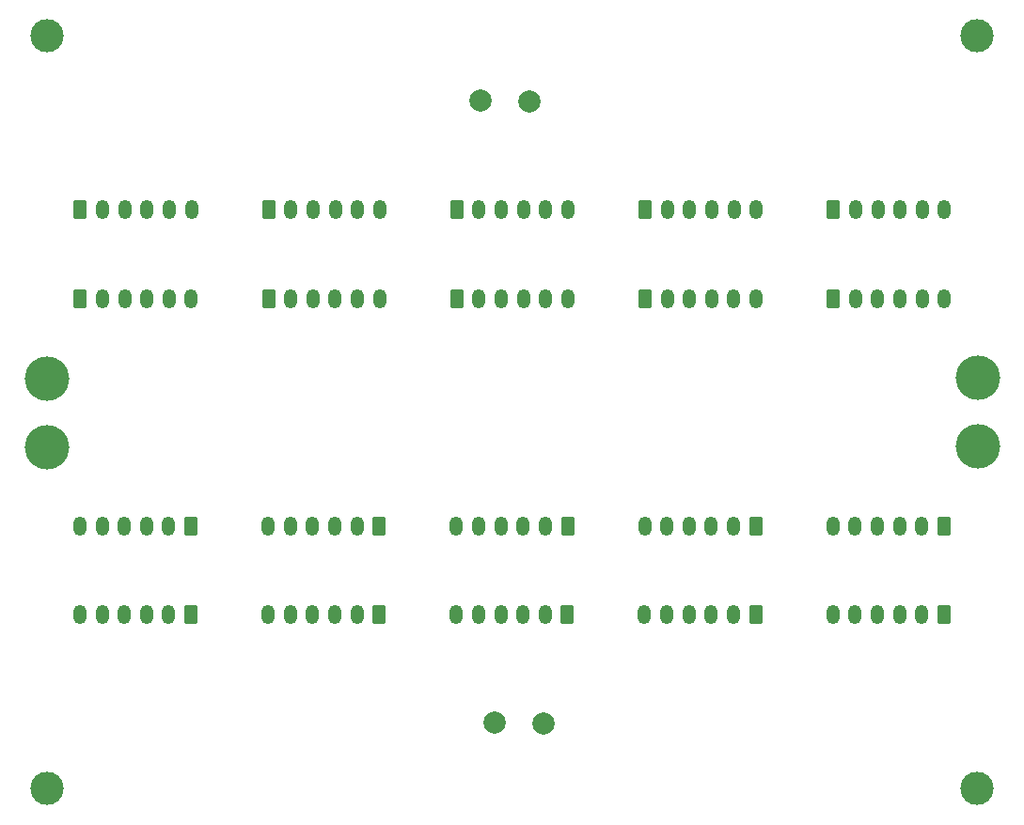
<source format=gbs>
%TF.GenerationSoftware,KiCad,Pcbnew,(6.0.0-rc1-392-g84e0feeee6)*%
%TF.CreationDate,2022-07-25T10:34:59+07:00*%
%TF.ProjectId,Ambino Fan HUB CH552G_Panellize,416d6269-6e6f-4204-9661-6e2048554220,rev?*%
%TF.SameCoordinates,Original*%
%TF.FileFunction,Soldermask,Bot*%
%TF.FilePolarity,Negative*%
%FSLAX46Y46*%
G04 Gerber Fmt 4.6, Leading zero omitted, Abs format (unit mm)*
G04 Created by KiCad (PCBNEW (6.0.0-rc1-392-g84e0feeee6)) date 2022-07-25 10:34:59*
%MOMM*%
%LPD*%
G01*
G04 APERTURE LIST*
G04 Aperture macros list*
%AMRoundRect*
0 Rectangle with rounded corners*
0 $1 Rounding radius*
0 $2 $3 $4 $5 $6 $7 $8 $9 X,Y pos of 4 corners*
0 Add a 4 corners polygon primitive as box body*
4,1,4,$2,$3,$4,$5,$6,$7,$8,$9,$2,$3,0*
0 Add four circle primitives for the rounded corners*
1,1,$1+$1,$2,$3*
1,1,$1+$1,$4,$5*
1,1,$1+$1,$6,$7*
1,1,$1+$1,$8,$9*
0 Add four rect primitives between the rounded corners*
20,1,$1+$1,$2,$3,$4,$5,0*
20,1,$1+$1,$4,$5,$6,$7,0*
20,1,$1+$1,$6,$7,$8,$9,0*
20,1,$1+$1,$8,$9,$2,$3,0*%
G04 Aperture macros list end*
%ADD10C,2.000000*%
%ADD11C,4.000000*%
%ADD12C,3.000000*%
%ADD13RoundRect,0.250000X0.350000X0.625000X-0.350000X0.625000X-0.350000X-0.625000X0.350000X-0.625000X0*%
%ADD14O,1.200000X1.750000*%
%ADD15RoundRect,0.250000X-0.350000X-0.625000X0.350000X-0.625000X0.350000X0.625000X-0.350000X0.625000X0*%
G04 APERTURE END LIST*
D10*
%TO.C,DP*%
X148001193Y-111536017D03*
%TD*%
%TO.C,DM*%
X143581193Y-111486017D03*
%TD*%
D11*
%TO.C,H8*%
X187081193Y-86551017D03*
%TD*%
D12*
%TO.C,H7*%
X187006193Y-117376017D03*
%TD*%
%TO.C,H6*%
X103281193Y-117401017D03*
%TD*%
D11*
%TO.C,H5*%
X103256193Y-86626017D03*
%TD*%
D13*
%TO.C,J6*%
X184051193Y-93746017D03*
D14*
X182051193Y-93746017D03*
X180051193Y-93746017D03*
X178051193Y-93746017D03*
X176051193Y-93746017D03*
X174051193Y-93746017D03*
%TD*%
D13*
%TO.C,J11*%
X116241193Y-101746017D03*
D14*
X114241193Y-101746017D03*
X112241193Y-101746017D03*
X110241193Y-101746017D03*
X108241193Y-101746017D03*
X106241193Y-101746017D03*
%TD*%
D13*
%TO.C,J10*%
X133191193Y-101746017D03*
D14*
X131191193Y-101746017D03*
X129191193Y-101746017D03*
X127191193Y-101746017D03*
X125191193Y-101746017D03*
X123191193Y-101746017D03*
%TD*%
D13*
%TO.C,J9*%
X150141193Y-101746017D03*
D14*
X148141193Y-101746017D03*
X146141193Y-101746017D03*
X144141193Y-101746017D03*
X142141193Y-101746017D03*
X140141193Y-101746017D03*
%TD*%
D13*
%TO.C,J8*%
X167091193Y-101746017D03*
D14*
X165091193Y-101746017D03*
X163091193Y-101746017D03*
X161091193Y-101746017D03*
X159091193Y-101746017D03*
X157091193Y-101746017D03*
%TD*%
D13*
%TO.C,J7*%
X184041193Y-101746017D03*
D14*
X182041193Y-101746017D03*
X180041193Y-101746017D03*
X178041193Y-101746017D03*
X176041193Y-101746017D03*
X174041193Y-101746017D03*
%TD*%
D13*
%TO.C,J5*%
X167101193Y-93746017D03*
D14*
X165101193Y-93746017D03*
X163101193Y-93746017D03*
X161101193Y-93746017D03*
X159101193Y-93746017D03*
X157101193Y-93746017D03*
%TD*%
D13*
%TO.C,J4*%
X150151193Y-93746017D03*
D14*
X148151193Y-93746017D03*
X146151193Y-93746017D03*
X144151193Y-93746017D03*
X142151193Y-93746017D03*
X140151193Y-93746017D03*
%TD*%
D13*
%TO.C,J3*%
X133201193Y-93746017D03*
D14*
X131201193Y-93746017D03*
X129201193Y-93746017D03*
X127201193Y-93746017D03*
X125201193Y-93746017D03*
X123201193Y-93746017D03*
%TD*%
D13*
%TO.C,J2*%
X116251193Y-93746017D03*
D14*
X114251193Y-93746017D03*
X112251193Y-93746017D03*
X110251193Y-93746017D03*
X108251193Y-93746017D03*
X106251193Y-93746017D03*
%TD*%
D15*
%TO.C,J2*%
X174080000Y-73220000D03*
D14*
X176080000Y-73220000D03*
X178080000Y-73220000D03*
X180080000Y-73220000D03*
X182080000Y-73220000D03*
X184080000Y-73220000D03*
%TD*%
D15*
%TO.C,J3*%
X157130000Y-73220000D03*
D14*
X159130000Y-73220000D03*
X161130000Y-73220000D03*
X163130000Y-73220000D03*
X165130000Y-73220000D03*
X167130000Y-73220000D03*
%TD*%
D15*
%TO.C,J4*%
X140180000Y-73220000D03*
D14*
X142180000Y-73220000D03*
X144180000Y-73220000D03*
X146180000Y-73220000D03*
X148180000Y-73220000D03*
X150180000Y-73220000D03*
%TD*%
D15*
%TO.C,J5*%
X123230000Y-73220000D03*
D14*
X125230000Y-73220000D03*
X127230000Y-73220000D03*
X129230000Y-73220000D03*
X131230000Y-73220000D03*
X133230000Y-73220000D03*
%TD*%
D15*
%TO.C,J6*%
X106280000Y-73220000D03*
D14*
X108280000Y-73220000D03*
X110280000Y-73220000D03*
X112280000Y-73220000D03*
X114280000Y-73220000D03*
X116280000Y-73220000D03*
%TD*%
D15*
%TO.C,J7*%
X106290000Y-65220000D03*
D14*
X108290000Y-65220000D03*
X110290000Y-65220000D03*
X112290000Y-65220000D03*
X114290000Y-65220000D03*
X116290000Y-65220000D03*
%TD*%
D15*
%TO.C,J8*%
X123240000Y-65220000D03*
D14*
X125240000Y-65220000D03*
X127240000Y-65220000D03*
X129240000Y-65220000D03*
X131240000Y-65220000D03*
X133240000Y-65220000D03*
%TD*%
D15*
%TO.C,J9*%
X140190000Y-65220000D03*
D14*
X142190000Y-65220000D03*
X144190000Y-65220000D03*
X146190000Y-65220000D03*
X148190000Y-65220000D03*
X150190000Y-65220000D03*
%TD*%
D15*
%TO.C,J10*%
X157140000Y-65220000D03*
D14*
X159140000Y-65220000D03*
X161140000Y-65220000D03*
X163140000Y-65220000D03*
X165140000Y-65220000D03*
X167140000Y-65220000D03*
%TD*%
D15*
%TO.C,J11*%
X174090000Y-65220000D03*
D14*
X176090000Y-65220000D03*
X178090000Y-65220000D03*
X180090000Y-65220000D03*
X182090000Y-65220000D03*
X184090000Y-65220000D03*
%TD*%
D11*
%TO.C,H5*%
X187075000Y-80340000D03*
%TD*%
D12*
%TO.C,H6*%
X187050000Y-49565000D03*
%TD*%
%TO.C,H7*%
X103325000Y-49590000D03*
%TD*%
D11*
%TO.C,H8*%
X103250000Y-80415000D03*
%TD*%
D10*
%TO.C,DP*%
X142330000Y-55430000D03*
%TD*%
%TO.C,DM*%
X146750000Y-55480000D03*
%TD*%
M02*

</source>
